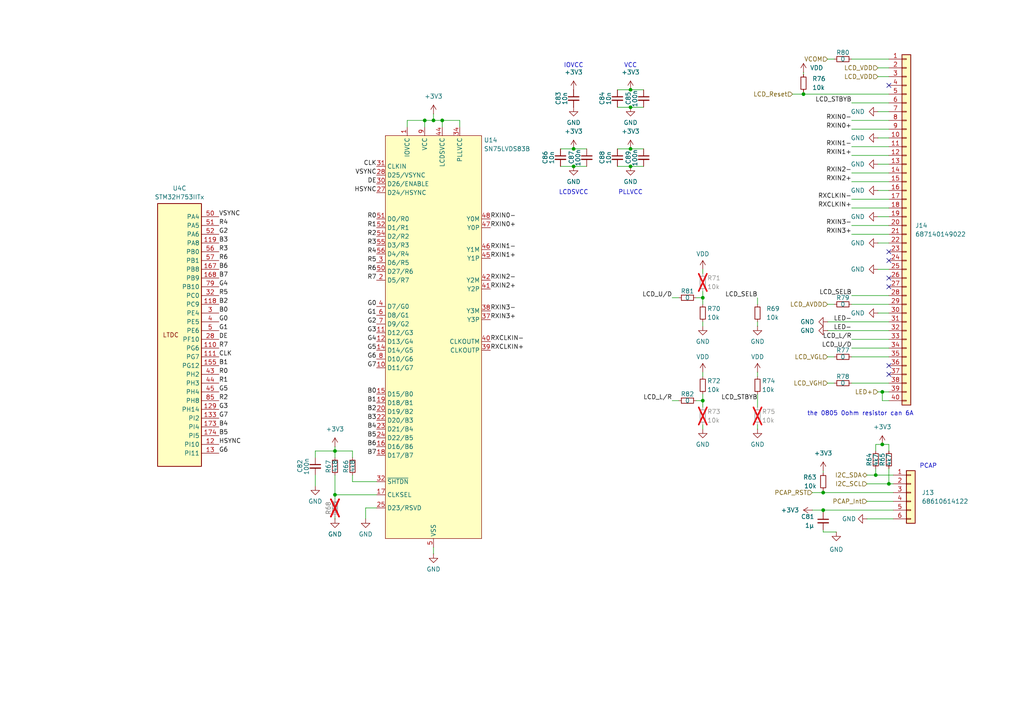
<source format=kicad_sch>
(kicad_sch
	(version 20231120)
	(generator "eeschema")
	(generator_version "8.0")
	(uuid "cfc08744-1338-460e-b9d6-bbb983fd58f1")
	(paper "A4")
	
	(junction
		(at 97.155 130.81)
		(diameter 0)
		(color 0 0 0 0)
		(uuid "0a014240-3880-4e76-9a94-85fc4b86e196")
	)
	(junction
		(at 166.37 48.26)
		(diameter 0)
		(color 0 0 0 0)
		(uuid "1a981e4a-df1f-4554-808a-8cb682e6b709")
	)
	(junction
		(at 255.905 128.905)
		(diameter 0)
		(color 0 0 0 0)
		(uuid "1f38e153-e651-4879-8c77-3220d9bfe30b")
	)
	(junction
		(at 182.88 26.035)
		(diameter 0)
		(color 0 0 0 0)
		(uuid "36bddcfd-11d5-48fe-af61-3a943aa79791")
	)
	(junction
		(at 257.81 140.335)
		(diameter 0)
		(color 0 0 0 0)
		(uuid "3925a27d-4875-405a-8c29-a7ba8d4725f7")
	)
	(junction
		(at 125.73 34.925)
		(diameter 0)
		(color 0 0 0 0)
		(uuid "51eeccfe-6686-4ca9-8aba-d515e08cb179")
	)
	(junction
		(at 203.835 86.36)
		(diameter 0)
		(color 0 0 0 0)
		(uuid "587b8044-6d76-4594-b205-64f5ae3d0cbf")
	)
	(junction
		(at 128.27 34.925)
		(diameter 0)
		(color 0 0 0 0)
		(uuid "5e4fb1b3-b906-42cb-9bcf-1fe43b515c5c")
	)
	(junction
		(at 123.19 34.925)
		(diameter 0)
		(color 0 0 0 0)
		(uuid "6921e377-c6aa-4918-8f18-78751ee65e4b")
	)
	(junction
		(at 233.045 27.305)
		(diameter 0)
		(color 0 0 0 0)
		(uuid "6b7b1be5-7851-40f7-b61c-54746ac8b71c")
	)
	(junction
		(at 166.37 43.18)
		(diameter 0)
		(color 0 0 0 0)
		(uuid "6f2f8254-1c91-4009-962f-948e94f45990")
	)
	(junction
		(at 238.76 147.955)
		(diameter 0)
		(color 0 0 0 0)
		(uuid "833e2d64-fc43-464a-9283-f695744d3d12")
	)
	(junction
		(at 255.905 113.665)
		(diameter 0)
		(color 0 0 0 0)
		(uuid "89518f6e-9c83-421f-9c57-ab6c1f4a7a34")
	)
	(junction
		(at 97.155 143.51)
		(diameter 0)
		(color 0 0 0 0)
		(uuid "b360e58b-d3d1-4f91-b7db-26a83f81783f")
	)
	(junction
		(at 238.76 142.875)
		(diameter 0)
		(color 0 0 0 0)
		(uuid "ba9f6885-d1c2-4976-8e6c-b3c768d67c14")
	)
	(junction
		(at 203.835 116.205)
		(diameter 0)
		(color 0 0 0 0)
		(uuid "cbdd449a-e405-445e-a272-3419885e6243")
	)
	(junction
		(at 182.88 48.26)
		(diameter 0)
		(color 0 0 0 0)
		(uuid "d008a368-33cc-4d3e-b958-698d092dfcd5")
	)
	(junction
		(at 182.88 31.115)
		(diameter 0)
		(color 0 0 0 0)
		(uuid "ec8f96ba-b615-4c3c-85a1-f8ab19bdb118")
	)
	(junction
		(at 182.88 43.18)
		(diameter 0)
		(color 0 0 0 0)
		(uuid "f4221231-7f4d-4ee4-b654-d71f985c5bf1")
	)
	(junction
		(at 254 137.795)
		(diameter 0)
		(color 0 0 0 0)
		(uuid "f621acd5-9b92-4da7-afc1-ea1e53f7700e")
	)
	(no_connect
		(at 257.81 108.585)
		(uuid "206530de-08a6-4322-927d-360e1543f9c3")
	)
	(no_connect
		(at 257.81 80.645)
		(uuid "4670c019-b6c9-4fcc-b1c1-90483035a52d")
	)
	(no_connect
		(at 257.81 73.025)
		(uuid "57ba4c83-7552-48dc-a263-d34d0b323fe5")
	)
	(no_connect
		(at 257.81 83.185)
		(uuid "58e4a9ba-9959-41ee-8aa7-af7bb26bb0fc")
	)
	(no_connect
		(at 257.81 75.565)
		(uuid "6656bea9-1e28-47cc-8494-9faa91d6f4b4")
	)
	(no_connect
		(at 257.81 24.765)
		(uuid "b5294258-8b2c-4d02-a271-4a5af5e8753b")
	)
	(no_connect
		(at 257.81 106.045)
		(uuid "d5a720d4-226e-4161-a590-27effc13fbc0")
	)
	(wire
		(pts
			(xy 182.88 48.26) (xy 186.69 48.26)
		)
		(stroke
			(width 0)
			(type default)
		)
		(uuid "0298da3d-88c6-441a-bd23-3a8b6279e8c9")
	)
	(wire
		(pts
			(xy 251.46 140.335) (xy 257.81 140.335)
		)
		(stroke
			(width 0)
			(type default)
		)
		(uuid "05e528cd-cd25-429f-b1b3-d804461f1fbb")
	)
	(wire
		(pts
			(xy 257.81 135.89) (xy 257.81 140.335)
		)
		(stroke
			(width 0)
			(type default)
		)
		(uuid "06b39ecd-f131-4d5e-be11-106155e0051c")
	)
	(wire
		(pts
			(xy 97.155 149.86) (xy 97.155 150.495)
		)
		(stroke
			(width 0)
			(type default)
		)
		(uuid "09997052-fd26-4555-95c6-8743f1453e4f")
	)
	(wire
		(pts
			(xy 102.235 130.81) (xy 102.235 132.715)
		)
		(stroke
			(width 0)
			(type default)
		)
		(uuid "0c8bd05c-5fba-4223-a449-4cbbc5bdec09")
	)
	(wire
		(pts
			(xy 133.35 34.925) (xy 133.35 36.83)
		)
		(stroke
			(width 0)
			(type default)
		)
		(uuid "0fe53239-7447-4eb5-8ad5-c0e8b73b79db")
	)
	(wire
		(pts
			(xy 125.73 158.75) (xy 125.73 160.655)
		)
		(stroke
			(width 0)
			(type default)
		)
		(uuid "10cb2966-9e76-4d0b-ae0d-260f6ad04f92")
	)
	(wire
		(pts
			(xy 247.015 111.125) (xy 257.81 111.125)
		)
		(stroke
			(width 0)
			(type default)
		)
		(uuid "13c63c44-473b-4821-bfdb-9dab528786c2")
	)
	(wire
		(pts
			(xy 203.835 116.205) (xy 203.835 118.11)
		)
		(stroke
			(width 0)
			(type default)
		)
		(uuid "1682fa89-003e-4157-a37f-bb74a89a1921")
	)
	(wire
		(pts
			(xy 233.045 20.955) (xy 233.045 21.59)
		)
		(stroke
			(width 0)
			(type default)
		)
		(uuid "17155407-70a1-437c-acf1-ef8c745c8d55")
	)
	(wire
		(pts
			(xy 238.76 147.955) (xy 238.76 148.59)
		)
		(stroke
			(width 0)
			(type default)
		)
		(uuid "193249d7-42be-4aa3-9346-3782bac88bef")
	)
	(wire
		(pts
			(xy 203.835 78.105) (xy 203.835 79.375)
		)
		(stroke
			(width 0)
			(type default)
		)
		(uuid "19ebde49-e7ee-4f44-aa21-c9a530b73c81")
	)
	(wire
		(pts
			(xy 254.635 90.805) (xy 257.81 90.805)
		)
		(stroke
			(width 0)
			(type default)
		)
		(uuid "1c029d85-b489-425d-b4be-7fb14080dda1")
	)
	(wire
		(pts
			(xy 247.015 88.265) (xy 257.81 88.265)
		)
		(stroke
			(width 0)
			(type default)
		)
		(uuid "1d48773f-2c67-4fd6-b92d-82324b248da6")
	)
	(wire
		(pts
			(xy 247.015 103.505) (xy 257.81 103.505)
		)
		(stroke
			(width 0)
			(type default)
		)
		(uuid "1ec68ab0-74c3-4639-83cb-e6593f6a6859")
	)
	(wire
		(pts
			(xy 97.155 130.81) (xy 102.235 130.81)
		)
		(stroke
			(width 0)
			(type default)
		)
		(uuid "23b220bd-13e9-445f-ae5e-3ab326eee3d2")
	)
	(wire
		(pts
			(xy 238.76 142.24) (xy 238.76 142.875)
		)
		(stroke
			(width 0)
			(type default)
		)
		(uuid "23c600d3-e761-4c99-b45d-34adfb2a9b67")
	)
	(wire
		(pts
			(xy 247.015 60.325) (xy 257.81 60.325)
		)
		(stroke
			(width 0)
			(type default)
		)
		(uuid "27619d87-814b-4e66-8ce5-84c9b258f0bf")
	)
	(wire
		(pts
			(xy 247.015 65.405) (xy 257.81 65.405)
		)
		(stroke
			(width 0)
			(type default)
		)
		(uuid "2f1b7142-5359-4472-b1fd-de96165f83e6")
	)
	(wire
		(pts
			(xy 254.635 22.225) (xy 257.81 22.225)
		)
		(stroke
			(width 0)
			(type default)
		)
		(uuid "2f4e38f2-30cc-442c-b415-30467d32412d")
	)
	(wire
		(pts
			(xy 109.22 139.7) (xy 102.235 139.7)
		)
		(stroke
			(width 0)
			(type default)
		)
		(uuid "2fa43b00-581c-4b57-a7a9-a604f50b01d8")
	)
	(wire
		(pts
			(xy 194.945 116.205) (xy 196.85 116.205)
		)
		(stroke
			(width 0)
			(type default)
		)
		(uuid "30ffd6f7-ef1f-437f-9a7c-a23e216c9290")
	)
	(wire
		(pts
			(xy 219.71 86.36) (xy 219.71 88.265)
		)
		(stroke
			(width 0)
			(type default)
		)
		(uuid "312df952-f886-423f-9ecc-b76acc89c019")
	)
	(wire
		(pts
			(xy 247.015 57.785) (xy 257.81 57.785)
		)
		(stroke
			(width 0)
			(type default)
		)
		(uuid "338cbeb0-9e4c-42b6-9787-f19a5da2870c")
	)
	(wire
		(pts
			(xy 233.045 26.67) (xy 233.045 27.305)
		)
		(stroke
			(width 0)
			(type default)
		)
		(uuid "354a3f1c-1c85-4f32-9b4a-8a7f5efa4e0a")
	)
	(wire
		(pts
			(xy 254 128.905) (xy 255.905 128.905)
		)
		(stroke
			(width 0)
			(type default)
		)
		(uuid "357e09a7-75f7-41a8-8c60-319f523d3773")
	)
	(wire
		(pts
			(xy 97.155 132.715) (xy 97.155 130.81)
		)
		(stroke
			(width 0)
			(type default)
		)
		(uuid "36eb8b53-c7a4-49dd-be5b-2105c6730fe4")
	)
	(wire
		(pts
			(xy 203.835 114.3) (xy 203.835 116.205)
		)
		(stroke
			(width 0)
			(type default)
		)
		(uuid "37521562-0348-42d1-a316-ad5f22f99668")
	)
	(wire
		(pts
			(xy 106.045 147.32) (xy 109.22 147.32)
		)
		(stroke
			(width 0)
			(type default)
		)
		(uuid "3a719ff8-c0b4-4593-b1f0-e26697bd70c2")
	)
	(wire
		(pts
			(xy 219.71 93.345) (xy 219.71 94.615)
		)
		(stroke
			(width 0)
			(type default)
		)
		(uuid "3ae24d99-1378-4e06-9b17-fab03726b185")
	)
	(wire
		(pts
			(xy 255.905 116.205) (xy 255.905 113.665)
		)
		(stroke
			(width 0)
			(type default)
		)
		(uuid "3d796974-152f-4f56-bd9a-5cb2a66feb94")
	)
	(wire
		(pts
			(xy 251.46 137.795) (xy 254 137.795)
		)
		(stroke
			(width 0)
			(type default)
		)
		(uuid "3f295cfd-ebba-4b1e-bac9-708590bd77b6")
	)
	(wire
		(pts
			(xy 91.44 130.81) (xy 97.155 130.81)
		)
		(stroke
			(width 0)
			(type default)
		)
		(uuid "45d0edf7-736a-4aa7-a23f-5212f8458eff")
	)
	(wire
		(pts
			(xy 247.015 17.145) (xy 257.81 17.145)
		)
		(stroke
			(width 0)
			(type default)
		)
		(uuid "466f5f35-7ab1-4d99-b939-c70f85820bed")
	)
	(wire
		(pts
			(xy 255.905 116.205) (xy 257.81 116.205)
		)
		(stroke
			(width 0)
			(type default)
		)
		(uuid "4718d472-c8b6-4441-ab81-d18e38c07fbd")
	)
	(wire
		(pts
			(xy 247.015 52.705) (xy 257.81 52.705)
		)
		(stroke
			(width 0)
			(type default)
		)
		(uuid "48985834-8e71-434f-b58e-ed9ffa085d20")
	)
	(wire
		(pts
			(xy 238.76 147.955) (xy 259.08 147.955)
		)
		(stroke
			(width 0)
			(type default)
		)
		(uuid "4c814185-20ab-4c63-85a3-08873cf631b5")
	)
	(wire
		(pts
			(xy 235.585 142.875) (xy 238.76 142.875)
		)
		(stroke
			(width 0)
			(type default)
		)
		(uuid "51176f82-a718-44d9-8aac-1fbaebeebff1")
	)
	(wire
		(pts
			(xy 125.73 34.925) (xy 128.27 34.925)
		)
		(stroke
			(width 0)
			(type default)
		)
		(uuid "512c3170-6919-410f-ab24-a01210192fc0")
	)
	(wire
		(pts
			(xy 162.56 48.26) (xy 166.37 48.26)
		)
		(stroke
			(width 0)
			(type default)
		)
		(uuid "57ab13e2-8a92-42d1-9fb8-6b02d0766ffe")
	)
	(wire
		(pts
			(xy 201.93 116.205) (xy 203.835 116.205)
		)
		(stroke
			(width 0)
			(type default)
		)
		(uuid "5bb6ede0-1f09-4ee3-b054-e913caa88144")
	)
	(wire
		(pts
			(xy 254.635 62.865) (xy 257.81 62.865)
		)
		(stroke
			(width 0)
			(type default)
		)
		(uuid "5d74f553-7285-4b03-8f7a-7493264e6ca7")
	)
	(wire
		(pts
			(xy 240.03 93.345) (xy 257.81 93.345)
		)
		(stroke
			(width 0)
			(type default)
		)
		(uuid "5f241d29-31c2-41f4-bd3d-059c2e65be39")
	)
	(wire
		(pts
			(xy 219.71 107.95) (xy 219.71 109.22)
		)
		(stroke
			(width 0)
			(type default)
		)
		(uuid "60c7230e-5bca-4180-bcca-03d23889c8d9")
	)
	(wire
		(pts
			(xy 240.03 17.145) (xy 241.935 17.145)
		)
		(stroke
			(width 0)
			(type default)
		)
		(uuid "618979c3-fee3-4fd4-90b7-b3a321c9831f")
	)
	(wire
		(pts
			(xy 166.37 43.18) (xy 170.18 43.18)
		)
		(stroke
			(width 0)
			(type default)
		)
		(uuid "652c6c39-fa45-4f03-89a8-cde00a0d1335")
	)
	(wire
		(pts
			(xy 194.945 86.36) (xy 196.85 86.36)
		)
		(stroke
			(width 0)
			(type default)
		)
		(uuid "65cc8ab6-13ef-40a8-9b07-cc9baf602c04")
	)
	(wire
		(pts
			(xy 247.015 67.945) (xy 257.81 67.945)
		)
		(stroke
			(width 0)
			(type default)
		)
		(uuid "671eb76e-ac7c-495b-9377-d06227dbda46")
	)
	(wire
		(pts
			(xy 219.71 123.19) (xy 219.71 124.46)
		)
		(stroke
			(width 0)
			(type default)
		)
		(uuid "68278b12-7341-4bce-ab78-6f965d6478a7")
	)
	(wire
		(pts
			(xy 201.93 86.36) (xy 203.835 86.36)
		)
		(stroke
			(width 0)
			(type default)
		)
		(uuid "6e4fea39-f48b-434e-b2ca-502d3b4c5e09")
	)
	(wire
		(pts
			(xy 106.045 150.495) (xy 106.045 147.32)
		)
		(stroke
			(width 0)
			(type default)
		)
		(uuid "6f5af170-38aa-4c58-a2e9-2e76e811c87e")
	)
	(wire
		(pts
			(xy 247.015 100.965) (xy 257.81 100.965)
		)
		(stroke
			(width 0)
			(type default)
		)
		(uuid "71413b15-4c29-4db8-9aca-4d4d08e03b81")
	)
	(wire
		(pts
			(xy 203.835 93.345) (xy 203.835 94.615)
		)
		(stroke
			(width 0)
			(type default)
		)
		(uuid "71808231-1ba2-4266-ac0d-4cd719878a39")
	)
	(wire
		(pts
			(xy 251.46 145.415) (xy 259.08 145.415)
		)
		(stroke
			(width 0)
			(type default)
		)
		(uuid "718cbf0e-2c2e-4dfb-aa82-e96c26e595e9")
	)
	(wire
		(pts
			(xy 123.19 34.925) (xy 125.73 34.925)
		)
		(stroke
			(width 0)
			(type default)
		)
		(uuid "79289023-9eda-4942-b277-ffdf5c17a90c")
	)
	(wire
		(pts
			(xy 219.71 114.3) (xy 219.71 118.11)
		)
		(stroke
			(width 0)
			(type default)
		)
		(uuid "79526d75-b91c-4e80-a209-f4f7252523a2")
	)
	(wire
		(pts
			(xy 240.03 95.885) (xy 257.81 95.885)
		)
		(stroke
			(width 0)
			(type default)
		)
		(uuid "7a3e6c4f-9432-460d-bcc3-675f61fb2f7b")
	)
	(wire
		(pts
			(xy 240.03 88.265) (xy 241.935 88.265)
		)
		(stroke
			(width 0)
			(type default)
		)
		(uuid "7ba4c5a6-fc2a-42bf-835e-6d3fe146eb49")
	)
	(wire
		(pts
			(xy 247.015 85.725) (xy 257.81 85.725)
		)
		(stroke
			(width 0)
			(type default)
		)
		(uuid "7d97b2ea-9c3a-4444-8140-5f88442d21a4")
	)
	(wire
		(pts
			(xy 102.235 139.7) (xy 102.235 137.795)
		)
		(stroke
			(width 0)
			(type default)
		)
		(uuid "7ef4ed38-09cf-4dc1-8d17-593720d6bfbd")
	)
	(wire
		(pts
			(xy 257.81 140.335) (xy 259.08 140.335)
		)
		(stroke
			(width 0)
			(type default)
		)
		(uuid "80449c22-7a2e-48ef-b100-319c64440b08")
	)
	(wire
		(pts
			(xy 91.44 130.81) (xy 91.44 132.715)
		)
		(stroke
			(width 0)
			(type default)
		)
		(uuid "8052b36c-73f0-4c99-a4b1-bba64c1b82e2")
	)
	(wire
		(pts
			(xy 118.11 34.925) (xy 123.19 34.925)
		)
		(stroke
			(width 0)
			(type default)
		)
		(uuid "82256a26-20d4-4f1c-8160-6219baaaf0fd")
	)
	(wire
		(pts
			(xy 179.07 31.115) (xy 182.88 31.115)
		)
		(stroke
			(width 0)
			(type default)
		)
		(uuid "824ceded-869f-4f61-9b0d-737a6d94db16")
	)
	(wire
		(pts
			(xy 254.635 32.385) (xy 257.81 32.385)
		)
		(stroke
			(width 0)
			(type default)
		)
		(uuid "83cc7d18-3605-4624-a3e7-065a5db17972")
	)
	(wire
		(pts
			(xy 97.155 129.54) (xy 97.155 130.81)
		)
		(stroke
			(width 0)
			(type default)
		)
		(uuid "862bf58b-0b37-45d1-90c8-c77c888bb601")
	)
	(wire
		(pts
			(xy 238.76 142.875) (xy 259.08 142.875)
		)
		(stroke
			(width 0)
			(type default)
		)
		(uuid "8a253ece-2bc3-43e4-9198-530d6b262d90")
	)
	(wire
		(pts
			(xy 255.905 113.665) (xy 257.81 113.665)
		)
		(stroke
			(width 0)
			(type default)
		)
		(uuid "8b0d9d8b-5c7a-4cad-883a-66ceb5f7ef54")
	)
	(wire
		(pts
			(xy 240.03 103.505) (xy 241.935 103.505)
		)
		(stroke
			(width 0)
			(type default)
		)
		(uuid "8b6da8b0-de78-4e0a-9628-aa523a0de7bb")
	)
	(wire
		(pts
			(xy 254.635 70.485) (xy 257.81 70.485)
		)
		(stroke
			(width 0)
			(type default)
		)
		(uuid "8fcba768-840e-438e-ac66-8ec626ed306c")
	)
	(wire
		(pts
			(xy 162.56 43.18) (xy 166.37 43.18)
		)
		(stroke
			(width 0)
			(type default)
		)
		(uuid "90afa069-9607-44d1-8a5b-5ef07d699a4a")
	)
	(wire
		(pts
			(xy 238.76 153.67) (xy 238.76 154.305)
		)
		(stroke
			(width 0)
			(type default)
		)
		(uuid "935c8a75-ba66-49fc-92ef-91648e9fffac")
	)
	(wire
		(pts
			(xy 123.19 34.925) (xy 123.19 36.83)
		)
		(stroke
			(width 0)
			(type default)
		)
		(uuid "95aa725c-7b4c-4809-b773-ab53822a785e")
	)
	(wire
		(pts
			(xy 91.44 137.795) (xy 91.44 140.97)
		)
		(stroke
			(width 0)
			(type default)
		)
		(uuid "96be8705-1aaf-4f28-aace-ecacb5b0fc86")
	)
	(wire
		(pts
			(xy 235.585 147.955) (xy 238.76 147.955)
		)
		(stroke
			(width 0)
			(type default)
		)
		(uuid "9af2513d-bd0e-422c-8c69-9f61ea71fb1c")
	)
	(wire
		(pts
			(xy 247.015 34.925) (xy 257.81 34.925)
		)
		(stroke
			(width 0)
			(type default)
		)
		(uuid "9afaf073-8914-4b5f-9a09-321c7823603b")
	)
	(wire
		(pts
			(xy 257.81 128.905) (xy 257.81 130.81)
		)
		(stroke
			(width 0)
			(type default)
		)
		(uuid "9c4d6a6f-f984-42f1-a37b-45ccd36c49c2")
	)
	(wire
		(pts
			(xy 254.635 113.665) (xy 255.905 113.665)
		)
		(stroke
			(width 0)
			(type default)
		)
		(uuid "9cb67b43-cabd-47e1-99bb-bf896041f2a0")
	)
	(wire
		(pts
			(xy 255.905 128.905) (xy 257.81 128.905)
		)
		(stroke
			(width 0)
			(type default)
		)
		(uuid "9cd4ebb7-1f67-4d4a-86a6-5d4df2a67f6d")
	)
	(wire
		(pts
			(xy 238.76 136.525) (xy 238.76 137.16)
		)
		(stroke
			(width 0)
			(type default)
		)
		(uuid "a38bdfda-67d3-463a-8274-24b317601fed")
	)
	(wire
		(pts
			(xy 182.88 43.18) (xy 186.69 43.18)
		)
		(stroke
			(width 0)
			(type default)
		)
		(uuid "a42e8e46-cd2f-432f-9417-b53432b08db3")
	)
	(wire
		(pts
			(xy 233.045 27.305) (xy 257.81 27.305)
		)
		(stroke
			(width 0)
			(type default)
		)
		(uuid "a94d2cb2-c0e3-4b77-867f-08036eb8635e")
	)
	(wire
		(pts
			(xy 166.37 48.26) (xy 170.18 48.26)
		)
		(stroke
			(width 0)
			(type default)
		)
		(uuid "a9ab5bcb-7b6e-465d-8750-6972b61c2bbb")
	)
	(wire
		(pts
			(xy 182.88 31.115) (xy 186.69 31.115)
		)
		(stroke
			(width 0)
			(type default)
		)
		(uuid "aa32b454-0871-44c0-a45c-e8ddba70bf7e")
	)
	(wire
		(pts
			(xy 247.015 50.165) (xy 257.81 50.165)
		)
		(stroke
			(width 0)
			(type default)
		)
		(uuid "ae07fa32-ecd4-4f47-9f9a-68257480dc89")
	)
	(wire
		(pts
			(xy 254.635 19.685) (xy 257.81 19.685)
		)
		(stroke
			(width 0)
			(type default)
		)
		(uuid "ae5d1da4-dc18-4b2d-bc7a-ff67f4fd9e22")
	)
	(wire
		(pts
			(xy 254.635 78.105) (xy 257.81 78.105)
		)
		(stroke
			(width 0)
			(type default)
		)
		(uuid "b3918266-6f83-4b67-95c2-a18adeb3b8f8")
	)
	(wire
		(pts
			(xy 247.015 98.425) (xy 257.81 98.425)
		)
		(stroke
			(width 0)
			(type default)
		)
		(uuid "b74665b8-9c25-4e6e-9b69-3020ade95bd7")
	)
	(wire
		(pts
			(xy 238.76 154.305) (xy 242.57 154.305)
		)
		(stroke
			(width 0)
			(type default)
		)
		(uuid "b7e2efa6-f22e-4665-a0a0-177864f61809")
	)
	(wire
		(pts
			(xy 125.73 33.02) (xy 125.73 34.925)
		)
		(stroke
			(width 0)
			(type default)
		)
		(uuid "b840f00d-7dd3-40a7-a038-2bd1432f126e")
	)
	(wire
		(pts
			(xy 128.27 34.925) (xy 133.35 34.925)
		)
		(stroke
			(width 0)
			(type default)
		)
		(uuid "b92b6ecf-f5c2-4e28-a6c0-424f103af062")
	)
	(wire
		(pts
			(xy 254.635 55.245) (xy 257.81 55.245)
		)
		(stroke
			(width 0)
			(type default)
		)
		(uuid "ba578d3a-fb82-4cea-8c1f-7e1fda372293")
	)
	(wire
		(pts
			(xy 254 137.795) (xy 259.08 137.795)
		)
		(stroke
			(width 0)
			(type default)
		)
		(uuid "bbd5ddb8-14c3-4b2b-aa92-4b50e140d68c")
	)
	(wire
		(pts
			(xy 251.46 150.495) (xy 259.08 150.495)
		)
		(stroke
			(width 0)
			(type default)
		)
		(uuid "bc4832a6-be93-4682-a561-6bd59cf7249f")
	)
	(wire
		(pts
			(xy 254 128.905) (xy 254 130.81)
		)
		(stroke
			(width 0)
			(type default)
		)
		(uuid "bd98bc5c-a944-4744-b53e-8f22f3ee1dda")
	)
	(wire
		(pts
			(xy 247.015 37.465) (xy 257.81 37.465)
		)
		(stroke
			(width 0)
			(type default)
		)
		(uuid "bef8842b-46f7-4d9f-b8ff-b5523cb14e85")
	)
	(wire
		(pts
			(xy 254.635 40.005) (xy 257.81 40.005)
		)
		(stroke
			(width 0)
			(type default)
		)
		(uuid "bf23b9bf-e84b-4f47-83d9-2d403c4d44e9")
	)
	(wire
		(pts
			(xy 179.07 43.18) (xy 182.88 43.18)
		)
		(stroke
			(width 0)
			(type default)
		)
		(uuid "c98340a9-4958-44da-bead-778ce16b983c")
	)
	(wire
		(pts
			(xy 247.015 45.085) (xy 257.81 45.085)
		)
		(stroke
			(width 0)
			(type default)
		)
		(uuid "c9db60b3-18a2-4d9a-b871-8efab5d8404d")
	)
	(wire
		(pts
			(xy 179.07 26.035) (xy 182.88 26.035)
		)
		(stroke
			(width 0)
			(type default)
		)
		(uuid "cedf6cc6-cf0c-4876-9970-dbb1e94e38da")
	)
	(wire
		(pts
			(xy 203.835 86.36) (xy 203.835 88.265)
		)
		(stroke
			(width 0)
			(type default)
		)
		(uuid "e03c2f78-ecb6-4011-a780-91df4e9eb48f")
	)
	(wire
		(pts
			(xy 203.835 107.95) (xy 203.835 109.22)
		)
		(stroke
			(width 0)
			(type default)
		)
		(uuid "e0bfcbdd-bdf9-48a7-a6f5-92a1581af31c")
	)
	(wire
		(pts
			(xy 247.015 42.545) (xy 257.81 42.545)
		)
		(stroke
			(width 0)
			(type default)
		)
		(uuid "e2388c05-3c96-4150-bfba-fabf46d0bbae")
	)
	(wire
		(pts
			(xy 97.155 137.795) (xy 97.155 143.51)
		)
		(stroke
			(width 0)
			(type default)
		)
		(uuid "e70de6e4-78af-4d30-a1cb-1182b39e31e4")
	)
	(wire
		(pts
			(xy 118.11 36.83) (xy 118.11 34.925)
		)
		(stroke
			(width 0)
			(type default)
		)
		(uuid "ea9d0ea8-e098-4297-9c55-b45bedd20476")
	)
	(wire
		(pts
			(xy 179.07 48.26) (xy 182.88 48.26)
		)
		(stroke
			(width 0)
			(type default)
		)
		(uuid "f16df34f-8751-4964-b975-6f243a856a47")
	)
	(wire
		(pts
			(xy 240.03 111.125) (xy 241.935 111.125)
		)
		(stroke
			(width 0)
			(type default)
		)
		(uuid "f2557df2-1adf-456b-8f1a-153221d9ea7f")
	)
	(wire
		(pts
			(xy 254 135.89) (xy 254 137.795)
		)
		(stroke
			(width 0)
			(type default)
		)
		(uuid "f34b4a7f-30c2-4c02-acad-64be66476446")
	)
	(wire
		(pts
			(xy 97.155 143.51) (xy 109.22 143.51)
		)
		(stroke
			(width 0)
			(type default)
		)
		(uuid "f554973e-e8dd-4851-bca8-6fe663208a8f")
	)
	(wire
		(pts
			(xy 97.155 143.51) (xy 97.155 144.78)
		)
		(stroke
			(width 0)
			(type default)
		)
		(uuid "f564e718-be05-4a41-9b64-a20ab63ac335")
	)
	(wire
		(pts
			(xy 203.835 123.19) (xy 203.835 124.46)
		)
		(stroke
			(width 0)
			(type default)
		)
		(uuid "f86d5a4b-b4ea-4bd2-b58a-bff92fc439ab")
	)
	(wire
		(pts
			(xy 247.015 29.845) (xy 257.81 29.845)
		)
		(stroke
			(width 0)
			(type default)
		)
		(uuid "f8bd3e43-06b8-48bc-969c-a24c8a936e42")
	)
	(wire
		(pts
			(xy 229.87 27.305) (xy 233.045 27.305)
		)
		(stroke
			(width 0)
			(type default)
		)
		(uuid "f907b5bd-be26-4ce3-bba1-b715c06131de")
	)
	(wire
		(pts
			(xy 203.835 84.455) (xy 203.835 86.36)
		)
		(stroke
			(width 0)
			(type default)
		)
		(uuid "fc269f37-55eb-4e62-8764-57f209f35f43")
	)
	(wire
		(pts
			(xy 254.635 47.625) (xy 257.81 47.625)
		)
		(stroke
			(width 0)
			(type default)
		)
		(uuid "fd2d8bec-9089-483f-bc2e-e8ddcafcfebb")
	)
	(wire
		(pts
			(xy 128.27 34.925) (xy 128.27 36.83)
		)
		(stroke
			(width 0)
			(type default)
		)
		(uuid "fe954440-ef8c-4f09-84e0-0a27616cf92c")
	)
	(wire
		(pts
			(xy 182.88 26.035) (xy 186.69 26.035)
		)
		(stroke
			(width 0)
			(type default)
		)
		(uuid "ffa19dcc-fc4d-4cde-b3c6-4f1326019579")
	)
	(text "PLLVCC"
		(exclude_from_sim no)
		(at 182.88 55.88 0)
		(effects
			(font
				(size 1.27 1.27)
			)
		)
		(uuid "69441736-eb38-4f01-a3f7-3aea416466f1")
	)
	(text "VCC"
		(exclude_from_sim no)
		(at 182.88 19.05 0)
		(effects
			(font
				(size 1.27 1.27)
			)
		)
		(uuid "7910a5ee-8ec7-4e91-a5a0-12c5f115d328")
	)
	(text "PCAP"
		(exclude_from_sim no)
		(at 269.24 135.255 0)
		(effects
			(font
				(size 1.27 1.27)
			)
		)
		(uuid "953f9d08-beaa-4a51-9778-13ce58a1a9e4")
	)
	(text "IOVCC"
		(exclude_from_sim no)
		(at 166.37 19.05 0)
		(effects
			(font
				(size 1.27 1.27)
			)
		)
		(uuid "9606f5f8-be5b-4b2d-8242-fc97946d3518")
	)
	(text "LCDSVCC"
		(exclude_from_sim no)
		(at 166.37 55.88 0)
		(effects
			(font
				(size 1.27 1.27)
			)
		)
		(uuid "b0eadaf5-52dd-452a-a86a-3eeecaa6db12")
	)
	(text "the 0805 0ohm resistor can 6A"
		(exclude_from_sim no)
		(at 249.555 120.015 0)
		(effects
			(font
				(size 1.27 1.27)
			)
		)
		(uuid "ec6e7b20-8941-4277-a49c-06890acb3044")
	)
	(label "RXIN3-"
		(at 142.24 90.17 0)
		(effects
			(font
				(size 1.27 1.27)
			)
			(justify left bottom)
		)
		(uuid "00d2695c-ba7e-4b9b-a7dc-eb3405ab6848")
	)
	(label "CLK"
		(at 109.22 48.26 180)
		(effects
			(font
				(size 1.27 1.27)
			)
			(justify right bottom)
		)
		(uuid "0152042a-2e95-49bd-8c52-583776a4d18d")
	)
	(label "G7"
		(at 109.22 106.68 180)
		(effects
			(font
				(size 1.27 1.27)
			)
			(justify right bottom)
		)
		(uuid "08754e1f-e8f7-4846-ab84-6afec5cd4af9")
	)
	(label "R6"
		(at 63.5 75.565 0)
		(effects
			(font
				(size 1.27 1.27)
			)
			(justify left bottom)
		)
		(uuid "08ca3b5f-fac8-4fb4-9832-087b8859e3e4")
	)
	(label "G6"
		(at 63.5 131.445 0)
		(effects
			(font
				(size 1.27 1.27)
			)
			(justify left bottom)
		)
		(uuid "096b0597-da20-426d-a588-67938caf16a3")
	)
	(label "B0"
		(at 109.22 114.3 180)
		(effects
			(font
				(size 1.27 1.27)
			)
			(justify right bottom)
		)
		(uuid "096d8b65-3f35-45ea-a2cb-ec5d8c6d025a")
	)
	(label "RXIN2+"
		(at 247.015 52.705 180)
		(effects
			(font
				(size 1.27 1.27)
			)
			(justify right bottom)
		)
		(uuid "0e44530d-a1d4-42ae-910e-b7fa88ab0906")
	)
	(label "G6"
		(at 109.22 104.14 180)
		(effects
			(font
				(size 1.27 1.27)
			)
			(justify right bottom)
		)
		(uuid "148f24ec-133d-46ba-8469-e51a77694918")
	)
	(label "LED-"
		(at 247.015 95.885 180)
		(effects
			(font
				(size 1.27 1.27)
			)
			(justify right bottom)
		)
		(uuid "1734c896-d62e-44bd-8d20-21a2e9dccd60")
	)
	(label "B0"
		(at 63.5 90.805 0)
		(effects
			(font
				(size 1.27 1.27)
			)
			(justify left bottom)
		)
		(uuid "2533289e-e9d3-45ba-974c-2c60d94ab3ac")
	)
	(label "B5"
		(at 63.5 126.365 0)
		(effects
			(font
				(size 1.27 1.27)
			)
			(justify left bottom)
		)
		(uuid "2b03ce00-50b9-443b-a694-95e2ad9fbd0b")
	)
	(label "RXCLKIN+"
		(at 247.015 60.325 180)
		(effects
			(font
				(size 1.27 1.27)
			)
			(justify right bottom)
		)
		(uuid "2bc06b32-3f21-403a-9e2f-cc5591cc7bf4")
	)
	(label "B6"
		(at 63.5 78.105 0)
		(effects
			(font
				(size 1.27 1.27)
			)
			(justify left bottom)
		)
		(uuid "2f13269d-acbc-4026-a52b-966bcaf67fb9")
	)
	(label "R5"
		(at 109.22 76.2 180)
		(effects
			(font
				(size 1.27 1.27)
			)
			(justify right bottom)
		)
		(uuid "2f9635c8-4f48-4faf-a078-cffff38268eb")
	)
	(label "G5"
		(at 109.22 101.6 180)
		(effects
			(font
				(size 1.27 1.27)
			)
			(justify right bottom)
		)
		(uuid "2ff65520-03fa-4157-9b8f-e439531e5d4d")
	)
	(label "R5"
		(at 63.5 85.725 0)
		(effects
			(font
				(size 1.27 1.27)
			)
			(justify left bottom)
		)
		(uuid "30a26e4c-77dd-4daa-959d-9445d0b53384")
	)
	(label "LCD_STBYB"
		(at 219.71 116.205 180)
		(effects
			(font
				(size 1.27 1.27)
			)
			(justify right bottom)
		)
		(uuid "313daad7-5729-4cd5-a0eb-96ce9856e820")
	)
	(label "HSYNC"
		(at 63.5 128.905 0)
		(effects
			(font
				(size 1.27 1.27)
			)
			(justify left bottom)
		)
		(uuid "37ed1a4c-aaa7-4117-9939-eaf71c7fd3dd")
	)
	(label "VSYNC"
		(at 63.5 62.865 0)
		(effects
			(font
				(size 1.27 1.27)
			)
			(justify left bottom)
		)
		(uuid "4027ccb6-ccfc-48bb-ac38-97fd486ede19")
	)
	(label "R3"
		(at 63.5 73.025 0)
		(effects
			(font
				(size 1.27 1.27)
			)
			(justify left bottom)
		)
		(uuid "402fbdd1-f16d-42f6-b6d4-2893e3aeedfc")
	)
	(label "RXIN3+"
		(at 142.24 92.71 0)
		(effects
			(font
				(size 1.27 1.27)
			)
			(justify left bottom)
		)
		(uuid "4a58a965-b7ea-4b42-b760-89192e489f04")
	)
	(label "B3"
		(at 63.5 70.485 0)
		(effects
			(font
				(size 1.27 1.27)
			)
			(justify left bottom)
		)
		(uuid "4fe9fb27-c50c-4dba-8b12-14fe9d941704")
	)
	(label "R0"
		(at 63.5 108.585 0)
		(effects
			(font
				(size 1.27 1.27)
			)
			(justify left bottom)
		)
		(uuid "5036eab7-a315-4c60-9769-172ad985f941")
	)
	(label "R6"
		(at 109.22 78.74 180)
		(effects
			(font
				(size 1.27 1.27)
			)
			(justify right bottom)
		)
		(uuid "50a8c713-5dc9-4c0c-87ac-23fc241eaac3")
	)
	(label "RXIN3+"
		(at 247.015 67.945 180)
		(effects
			(font
				(size 1.27 1.27)
			)
			(justify right bottom)
		)
		(uuid "57003274-96a1-4384-8c1a-2fe513369741")
	)
	(label "R1"
		(at 63.5 111.125 0)
		(effects
			(font
				(size 1.27 1.27)
			)
			(justify left bottom)
		)
		(uuid "57fc748d-c2ac-41da-bfa8-02cfdd97af99")
	)
	(label "B1"
		(at 109.22 116.84 180)
		(effects
			(font
				(size 1.27 1.27)
			)
			(justify right bottom)
		)
		(uuid "5a19eec5-bc36-4a24-9e46-c05116e0da24")
	)
	(label "RXIN2-"
		(at 142.24 81.28 0)
		(effects
			(font
				(size 1.27 1.27)
			)
			(justify left bottom)
		)
		(uuid "5db48e7d-4953-4fc8-b0c0-3d62cafc07b8")
	)
	(label "G3"
		(at 63.5 118.745 0)
		(effects
			(font
				(size 1.27 1.27)
			)
			(justify left bottom)
		)
		(uuid "5ece0f61-52d4-421f-b104-18f73cbff931")
	)
	(label "DE"
		(at 63.5 98.425 0)
		(effects
			(font
				(size 1.27 1.27)
			)
			(justify left bottom)
		)
		(uuid "5f11e062-7669-4fed-ae54-2410bfd2c9aa")
	)
	(label "B4"
		(at 109.22 124.46 180)
		(effects
			(font
				(size 1.27 1.27)
			)
			(justify right bottom)
		)
		(uuid "6243d259-549d-440c-89a5-83209aebb695")
	)
	(label "G3"
		(at 109.22 96.52 180)
		(effects
			(font
				(size 1.27 1.27)
			)
			(justify right bottom)
		)
		(uuid "6475158b-452e-4407-bc5c-cbe2225862a0")
	)
	(label "B3"
		(at 109.22 121.92 180)
		(effects
			(font
				(size 1.27 1.27)
			)
			(justify right bottom)
		)
		(uuid "68a208c6-5f66-4de8-95eb-958a270c0efd")
	)
	(label "RXIN2+"
		(at 142.24 83.82 0)
		(effects
			(font
				(size 1.27 1.27)
			)
			(justify left bottom)
		)
		(uuid "6a680cca-13a6-4f53-947d-dd7b77cb8d80")
	)
	(label "RXCLKIN-"
		(at 142.24 99.06 0)
		(effects
			(font
				(size 1.27 1.27)
			)
			(justify left bottom)
		)
		(uuid "6f80c29e-dcfb-470f-b8a3-254f5fe8390b")
	)
	(label "G2"
		(at 109.22 93.98 180)
		(effects
			(font
				(size 1.27 1.27)
			)
			(justify right bottom)
		)
		(uuid "6fe78f8c-aa6c-495b-a2d0-7e4f6326bc40")
	)
	(label "LCD_L{slash}R"
		(at 194.945 116.205 180)
		(effects
			(font
				(size 1.27 1.27)
			)
			(justify right bottom)
		)
		(uuid "701f3dff-6da1-4e71-87d5-12c85549e106")
	)
	(label "R3"
		(at 109.22 71.12 180)
		(effects
			(font
				(size 1.27 1.27)
			)
			(justify right bottom)
		)
		(uuid "708b591f-2881-4ae0-a20b-d8559f75da6e")
	)
	(label "B5"
		(at 109.22 127 180)
		(effects
			(font
				(size 1.27 1.27)
			)
			(justify right bottom)
		)
		(uuid "70da06be-4e17-4517-957d-299c1ceb91d9")
	)
	(label "LCD_U{slash}D"
		(at 194.945 86.36 180)
		(effects
			(font
				(size 1.27 1.27)
			)
			(justify right bottom)
		)
		(uuid "736e1f78-2325-48bc-b630-11f9ba7deaad")
	)
	(label "G1"
		(at 109.22 91.44 180)
		(effects
			(font
				(size 1.27 1.27)
			)
			(justify right bottom)
		)
		(uuid "82a3c86b-2ae2-4258-a371-0c95745c9d37")
	)
	(label "RXIN1-"
		(at 247.015 42.545 180)
		(effects
			(font
				(size 1.27 1.27)
			)
			(justify right bottom)
		)
		(uuid "9071c682-3516-4aba-9b72-926e5fa6e5bc")
	)
	(label "R4"
		(at 109.22 73.66 180)
		(effects
			(font
				(size 1.27 1.27)
			)
			(justify right bottom)
		)
		(uuid "90d54928-5f90-4149-bde2-70defc6cd53c")
	)
	(label "B2"
		(at 109.22 119.38 180)
		(effects
			(font
				(size 1.27 1.27)
			)
			(justify right bottom)
		)
		(uuid "939d674a-7322-4175-89d4-6cd3eda47fcd")
	)
	(label "R2"
		(at 63.5 116.205 0)
		(effects
			(font
				(size 1.27 1.27)
			)
			(justify left bottom)
		)
		(uuid "94c16b95-1411-4c82-ab58-c6752095558e")
	)
	(label "RXIN1+"
		(at 247.015 45.085 180)
		(effects
			(font
				(size 1.27 1.27)
			)
			(justify right bottom)
		)
		(uuid "9905f431-c83d-495d-8fe2-35654f4019ee")
	)
	(label "R2"
		(at 109.22 68.58 180)
		(effects
			(font
				(size 1.27 1.27)
			)
			(justify right bottom)
		)
		(uuid "9935db15-f43d-43b7-bea3-038a4563c6a7")
	)
	(label "G4"
		(at 63.5 83.185 0)
		(effects
			(font
				(size 1.27 1.27)
			)
			(justify left bottom)
		)
		(uuid "9a114369-d623-4017-b616-6be20bbadbe7")
	)
	(label "G5"
		(at 63.5 113.665 0)
		(effects
			(font
				(size 1.27 1.27)
			)
			(justify left bottom)
		)
		(uuid "a74c3866-9696-441e-9426-16d3b6653334")
	)
	(label "R1"
		(at 109.22 66.04 180)
		(effects
			(font
				(size 1.27 1.27)
			)
			(justify right bottom)
		)
		(uuid "a817359a-3459-47a6-8818-6adb45365941")
	)
	(label "R7"
		(at 109.22 81.28 180)
		(effects
			(font
				(size 1.27 1.27)
			)
			(justify right bottom)
		)
		(uuid "ac079dbe-5a78-4a17-966e-171b8aced527")
	)
	(label "LCD_L{slash}R"
		(at 247.015 98.425 180)
		(effects
			(font
				(size 1.27 1.27)
			)
			(justify right bottom)
		)
		(uuid "af953849-ae79-4acc-9dd4-43444d84753b")
	)
	(label "B6"
		(at 109.22 129.54 180)
		(effects
			(font
				(size 1.27 1.27)
			)
			(justify right bottom)
		)
		(uuid "b0621dcb-a832-422e-b6eb-2d5b296b5c91")
	)
	(label "B1"
		(at 63.5 106.045 0)
		(effects
			(font
				(size 1.27 1.27)
			)
			(justify left bottom)
		)
		(uuid "b8bb422a-6cb6-44d7-8efe-c78bca779ae7")
	)
	(label "RXIN3-"
		(at 247.015 65.405 180)
		(effects
			(font
				(size 1.27 1.27)
			)
			(justify right bottom)
		)
		(uuid "b9c11c3c-104f-422e-aa41-9c235b7c0fc2")
	)
	(label "RXIN0+"
		(at 142.24 66.04 0)
		(effects
			(font
				(size 1.27 1.27)
			)
			(justify left bottom)
		)
		(uuid "b9c9e84b-4347-4742-9098-b667fb92b454")
	)
	(label "B7"
		(at 63.5 80.645 0)
		(effects
			(font
				(size 1.27 1.27)
			)
			(justify left bottom)
		)
		(uuid "c02d7445-1166-41f6-90dc-bbc5efa3194f")
	)
	(label "RXIN0+"
		(at 247.015 37.465 180)
		(effects
			(font
				(size 1.27 1.27)
			)
			(justify right bottom)
		)
		(uuid "c4763b04-115c-41c7-850d-a985c42bc0c0")
	)
	(label "RXIN0-"
		(at 142.24 63.5 0)
		(effects
			(font
				(size 1.27 1.27)
			)
			(justify left bottom)
		)
		(uuid "c7fe985c-fcd6-423c-9a11-e177e191ec62")
	)
	(label "G0"
		(at 109.22 88.9 180)
		(effects
			(font
				(size 1.27 1.27)
			)
			(justify right bottom)
		)
		(uuid "c8abbefb-8dd6-4a5b-a015-e266fb5b1ef4")
	)
	(label "R0"
		(at 109.22 63.5 180)
		(effects
			(font
				(size 1.27 1.27)
			)
			(justify right bottom)
		)
		(uuid "c9efc170-5f61-4d65-ad7e-22c526cf67ae")
	)
	(label "RXIN0-"
		(at 247.015 34.925 180)
		(effects
			(font
				(size 1.27 1.27)
			)
			(justify right bottom)
		)
		(uuid "d06c52dc-fbc3-4fab-9eee-173335b7e10f")
	)
	(label "RXIN2-"
		(at 247.015 50.165 180)
		(effects
			(font
				(size 1.27 1.27)
			)
			(justify right bottom)
		)
		(uuid "d0a7a9ef-000a-4c51-ad98-e4f29d14666f")
	)
	(label "VSYNC"
		(at 109.22 50.8 180)
		(effects
			(font
				(size 1.27 1.27)
			)
			(justify right bottom)
		)
		(uuid "d2598da9-f418-4cea-ba7a-c8a9e011890c")
	)
	(label "LED-"
		(at 247.015 93.345 180)
		(effects
			(font
				(size 1.27 1.27)
			)
			(justify right bottom)
		)
		(uuid "d39ef679-e84b-4496-9a68-7890c3c1cf76")
	)
	(label "CLK"
		(at 63.5 103.505 0)
		(effects
			(font
				(size 1.27 1.27)
			)
			(justify left bottom)
		)
		(uuid "d517b796-9870-4a9a-9e4d-e348d03fd5c2")
	)
	(label "B7"
		(at 109.22 132.08 180)
		(effects
			(font
				(size 1.27 1.27)
			)
			(justify right bottom)
		)
		(uuid "d8f9f2c4-0c1b-4083-a93f-78683476a003")
	)
	(label "RXIN1+"
		(at 142.24 74.93 0)
		(effects
			(font
				(size 1.27 1.27)
			)
			(justify left bottom)
		)
		(uuid "ddbd3f55-cf36-4eac-ac86-5a9811fc7432")
	)
	(label "G4"
		(at 109.22 99.06 180)
		(effects
			(font
				(size 1.27 1.27)
			)
			(justify right bottom)
		)
		(uuid "de5900e9-f2b0-45a4-a513-48b158a9284c")
	)
	(label "G1"
		(at 63.5 95.885 0)
		(effects
			(font
				(size 1.27 1.27)
			)
			(justify left bottom)
		)
		(uuid "de7d90ee-d86b-4bfd-a987-0356c8844a67")
	)
	(label "HSYNC"
		(at 109.22 55.88 180)
		(effects
			(font
				(size 1.27 1.27)
			)
			(justify right bottom)
		)
		(uuid "dec2560e-1c9e-4de4-99ac-b11179322378")
	)
	(label "DE"
		(at 109.22 53.34 180)
		(effects
			(font
				(size 1.27 1.27)
			)
			(justify right bottom)
		)
		(uuid "ded0d982-9f4c-41a8-b23e-e86a83d8dcfa")
	)
	(label "G0"
		(at 63.5 93.345 0)
		(effects
			(font
				(size 1.27 1.27)
			)
			(justify left bottom)
		)
		(uuid "e050301c-7a8f-46e2-809d-9668034dcb70")
	)
	(label "G7"
		(at 63.5 121.285 0)
		(effects
			(font
				(size 1.27 1.27)
			)
			(justify left bottom)
		)
		(uuid "e25cac01-a1d1-4410-9453-dc1e7dee9884")
	)
	(label "RXCLKIN-"
		(at 247.015 57.785 180)
		(effects
			(font
				(size 1.27 1.27)
			)
			(justify right bottom)
		)
		(uuid "e3479dc0-fac6-47ea-afd9-7a262d6f45ef")
	)
	(label "B4"
		(at 63.5 123.825 0)
		(effects
			(font
				(size 1.27 1.27)
			)
			(justify left bottom)
		)
		(uuid "e7ccaf11-9574-4634-8ca0-f954410a4778")
	)
	(label "R4"
		(at 63.5 65.405 0)
		(effects
			(font
				(size 1.27 1.27)
			)
			(justify left bottom)
		)
		(uuid "e91c9602-f555-4d1a-969c-4d914a963e81")
	)
	(label "LCD_SELB"
		(at 219.71 86.36 180)
		(effects
			(font
				(size 1.27 1.27)
			)
			(justify right bottom)
		)
		(uuid "e9d94d1f-97da-4201-b98e-6b26159f2204")
	)
	(label "B2"
		(at 63.5 88.265 0)
		(effects
			(font
				(size 1.27 1.27)
			)
			(justify left bottom)
		)
		(uuid "ed36f253-9a6b-4cae-b9ae-6752c6373800")
	)
	(label "LCD_U{slash}D"
		(at 247.015 100.965 180)
		(effects
			(font
				(size 1.27 1.27)
			)
			(justify right bottom)
		)
		(uuid "f1579240-69c8-4d8a-89ae-2a00d9698b8b")
	)
	(label "RXIN1-"
		(at 142.24 72.39 0)
		(effects
			(font
				(size 1.27 1.27)
			)
			(justify left bottom)
		)
		(uuid "f360c92e-2eb1-4534-86d2-2f65a605e7b6")
	)
	(label "G2"
		(at 63.5 67.945 0)
		(effects
			(font
				(size 1.27 1.27)
			)
			(justify left bottom)
		)
		(uuid "f40a8545-3449-45e3-888c-94ec74c3e77a")
	)
	(label "LCD_STBYB"
		(at 247.015 29.845 180)
		(effects
			(font
				(size 1.27 1.27)
			)
			(justify right bottom)
		)
		(uuid "f71214ca-fedd-46f5-9f55-ff4662ffc85a")
	)
	(label "LCD_SELB"
		(at 247.015 85.725 180)
		(effects
			(font
				(size 1.27 1.27)
			)
			(justify right bottom)
		)
		(uuid "f95e3bdd-eb99-4910-b163-a94bde2e55b0")
	)
	(label "R7"
		(at 63.5 100.965 0)
		(effects
			(font
				(size 1.27 1.27)
			)
			(justify left bottom)
		)
		(uuid "fa4f78e8-8127-423f-8374-784ea8cb31b0")
	)
	(label "RXCLKIN+"
		(at 142.24 101.6 0)
		(effects
			(font
				(size 1.27 1.27)
			)
			(justify left bottom)
		)
		(uuid "fed5ce88-e465-4cb9-ac19-177ee6aeaeae")
	)
	(hierarchical_label "I2C_SCL"
		(shape input)
		(at 251.46 140.335 180)
		(effects
			(font
				(size 1.27 1.27)
			)
			(justify right)
		)
		(uuid "1ab6f00c-4a46-41c8-ae71-62438a1901db")
	)
	(hierarchical_label "PCAP_Int"
		(shape input)
		(at 251.46 145.415 180)
		(effects
			(font
				(size 1.27 1.27)
			)
			(justify right)
		)
		(uuid "1baf865d-5d73-4094-9716-7ec9ddfb880c")
	)
	(hierarchical_label "LCD_VDD"
		(shape input)
		(at 254.635 19.685 180)
		(effects
			(font
				(size 1.27 1.27)
			)
			(justify right)
		)
		(uuid "1cb8394a-6551-44a5-94f5-9a55976fa885")
	)
	(hierarchical_label "LCD_Reset"
		(shape input)
		(at 229.87 27.305 180)
		(effects
			(font
				(size 1.27 1.27)
			)
			(justify right)
		)
		(uuid "3579fe0b-9c7c-44f8-b11f-875457a2d732")
	)
	(hierarchical_label "LED+"
		(shape input)
		(at 254.635 113.665 180)
		(effects
			(font
				(size 1.27 1.27)
			)
			(justify right)
		)
		(uuid "5d887882-77df-48ca-a3fa-32f22354fec8")
	)
	(hierarchical_label "PCAP_RST"
		(shape input)
		(at 235.585 142.875 180)
		(effects
			(font
				(size 1.27 1.27)
			)
			(justify right)
		)
		(uuid "70f5d4c1-d1b5-4cd8-be6e-bae512455c36")
	)
	(hierarchical_label "LCD_VDD"
		(shape input)
		(at 254.635 22.225 180)
		(effects
			(font
				(size 1.27 1.27)
			)
			(justify right)
		)
		(uuid "718c457c-fe3e-4eaf-b528-ded487caec70")
	)
	(hierarchical_label "LCD_AVDD"
		(shape input)
		(at 240.03 88.265 180)
		(effects
			(font
				(size 1.27 1.27)
			)
			(justify right)
		)
		(uuid "a745d38e-3ecf-4a92-87f8-56a262c48090")
	)
	(hierarchical_label "LCD_VGL"
		(shape input)
		(at 240.03 103.505 180)
		(effects
			(font
				(size 1.27 1.27)
			)
			(justify right)
		)
		(uuid "ba6aa2aa-24fd-4032-ad36-51c269141a80")
	)
	(hierarchical_label "LCD_VGH"
		(shape input)
		(at 240.03 111.125 180)
		(effects
			(font
				(size 1.27 1.27)
			)
			(justify right)
		)
		(uuid "d13f801a-0cc5-4ca0-985c-aa8dc2440f1b")
	)
	(hierarchical_label "I2C_SDA"
		(shape bidirectional)
		(at 251.46 137.795 180)
		(effects
			(font
				(size 1.27 1.27)
			)
			(justify right)
		)
		(uuid "dfa79da5-f1e7-4715-9c84-2d937db7ef21")
	)
	(hierarchical_label "VCOM"
		(shape input)
		(at 240.03 17.145 180)
		(effects
			(font
				(size 1.27 1.27)
			)
			(justify right)
		)
		(uuid "ef493566-be05-4363-ae1e-b8d428e435c9")
	)
	(symbol
		(lib_id "power:GND")
		(at 240.03 93.345 270)
		(unit 1)
		(exclude_from_sim no)
		(in_bom yes)
		(on_board yes)
		(dnp no)
		(fields_autoplaced yes)
		(uuid "00a2550e-e701-422f-ac73-57f4959769e8")
		(property "Reference" "#PWR0155"
			(at 233.68 93.345 0)
			(effects
				(font
					(size 1.27 1.27)
				)
				(hide yes)
			)
		)
		(property "Value" "GND"
			(at 236.22 93.3449 90)
			(effects
				(font
					(size 1.27 1.27)
				)
				(justify right)
			)
		)
		(property "Footprint" ""
			(at 240.03 93.345 0)
			(effects
				(font
					(size 1.27 1.27)
				)
				(hide yes)
			)
		)
		(property "Datasheet" ""
			(at 240.03 93.345 0)
			(effects
				(font
					(size 1.27 1.27)
				)
				(hide yes)
			)
		)
		(property "Description" "Power symbol creates a global label with name \"GND\" , ground"
			(at 240.03 93.345 0)
			(effects
				(font
					(size 1.27 1.27)
				)
				(hide yes)
			)
		)
		(pin "1"
			(uuid "3177491a-4e8b-4c37-839e-12827e2195a2")
		)
		(instances
			(project "FT25-Charger"
				(path "/0dca9b66-f638-4727-874b-1b91b6921c17/34256820-5635-4c85-a70b-596b3ee01bd0"
					(reference "#PWR0155")
					(unit 1)
				)
			)
		)
	)
	(symbol
		(lib_id "Device:R_Small")
		(at 244.475 88.265 90)
		(unit 1)
		(exclude_from_sim no)
		(in_bom yes)
		(on_board yes)
		(dnp no)
		(uuid "00c3e367-32eb-4131-b7eb-7a52901b9fd0")
		(property "Reference" "R79"
			(at 244.475 86.36 90)
			(effects
				(font
					(size 1.27 1.27)
				)
			)
		)
		(property "Value" "0"
			(at 244.475 88.265 90)
			(effects
				(font
					(size 1.27 1.27)
				)
			)
		)
		(property "Footprint" "Resistor_SMD:R_0805_2012Metric"
			(at 244.475 88.265 0)
			(effects
				(font
					(size 1.27 1.27)
				)
				(hide yes)
			)
		)
		(property "Datasheet" "~"
			(at 244.475 88.265 0)
			(effects
				(font
					(size 1.27 1.27)
				)
				(hide yes)
			)
		)
		(property "Description" "Resistor, small symbol"
			(at 244.475 88.265 0)
			(effects
				(font
					(size 1.27 1.27)
				)
				(hide yes)
			)
		)
		(pin "2"
			(uuid "aa0a3afd-a12f-4ab5-a92c-a0f686c42b87")
		)
		(pin "1"
			(uuid "8c1e1d5e-920a-4e62-94be-e0c1fb50146e")
		)
		(instances
			(project "FT25-Charger"
				(path "/0dca9b66-f638-4727-874b-1b91b6921c17/34256820-5635-4c85-a70b-596b3ee01bd0"
					(reference "R79")
					(unit 1)
				)
			)
		)
	)
	(symbol
		(lib_id "power:+3V3")
		(at 182.88 26.035 0)
		(unit 1)
		(exclude_from_sim no)
		(in_bom yes)
		(on_board yes)
		(dnp no)
		(fields_autoplaced yes)
		(uuid "00e5102c-e17a-4554-b3ce-bbdcbcbffe07")
		(property "Reference" "#PWR0148"
			(at 182.88 29.845 0)
			(effects
				(font
					(size 1.27 1.27)
				)
				(hide yes)
			)
		)
		(property "Value" "+3V3"
			(at 182.88 20.955 0)
			(effects
				(font
					(size 1.27 1.27)
				)
			)
		)
		(property "Footprint" ""
			(at 182.88 26.035 0)
			(effects
				(font
					(size 1.27 1.27)
				)
				(hide yes)
			)
		)
		(property "Datasheet" ""
			(at 182.88 26.035 0)
			(effects
				(font
					(size 1.27 1.27)
				)
				(hide yes)
			)
		)
		(property "Description" "Power symbol creates a global label with name \"+3V3\""
			(at 182.88 26.035 0)
			(effects
				(font
					(size 1.27 1.27)
				)
				(hide yes)
			)
		)
		(pin "1"
			(uuid "188a3b15-8490-439a-87a0-9eb6d482d8dd")
		)
		(instances
			(project "FT25-Charger"
				(path "/0dca9b66-f638-4727-874b-1b91b6921c17/34256820-5635-4c85-a70b-596b3ee01bd0"
					(reference "#PWR0148")
					(unit 1)
				)
			)
		)
	)
	(symbol
		(lib_id "SN75_Flatlink_Transceiver:SN75LVDS83B")
		(at 125.73 97.79 0)
		(unit 1)
		(exclude_from_sim no)
		(in_bom yes)
		(on_board yes)
		(dnp no)
		(uuid "03cf1c10-e5e1-44bd-acff-93603d847148")
		(property "Reference" "U14"
			(at 140.335 40.64 0)
			(effects
				(font
					(size 1.27 1.27)
				)
				(justify left)
			)
		)
		(property "Value" "SN75LVDS83B"
			(at 140.335 43.18 0)
			(effects
				(font
					(size 1.27 1.27)
				)
				(justify left)
			)
		)
		(property "Footprint" "Package_SO:TSSOP-56_6.1x14mm_P0.5mm"
			(at 125.73 29.21 0)
			(effects
				(font
					(size 1.27 1.27)
				)
				(hide yes)
			)
		)
		(property "Datasheet" "https://www.ti.com/lit/ds/symlink/sn75lvds83b.pdf?ts=1730295288259&ref_url=https%253A%252F%252Fwww.ti.com%252Fproduct%252FSN75LVDS83B"
			(at 125.73 29.21 0)
			(effects
				(font
					(size 1.27 1.27)
				)
				(hide yes)
			)
		)
		(property "Description" ""
			(at 125.73 97.79 0)
			(effects
				(font
					(size 1.27 1.27)
				)
				(hide yes)
			)
		)
		(pin "1"
			(uuid "7cc25e26-f9d1-4168-84f9-7c3b7c203169")
		)
		(pin "10"
			(uuid "ec5e711d-abd1-4043-b2ed-66f5c71774bc")
		)
		(pin "11"
			(uuid "5dabea96-9f77-422c-87e1-025d609053c4")
		)
		(pin "12"
			(uuid "e637e0e2-63ae-44fc-9c01-79ac1f65c6bc")
		)
		(pin "13"
			(uuid "397982c5-4c75-4980-8298-75a156cbb309")
		)
		(pin "14"
			(uuid "8c2f18ca-dc36-4163-96ec-e8ce31189463")
		)
		(pin "15"
			(uuid "18d10077-2191-4c6f-b07d-eef516a64b9d")
		)
		(pin "16"
			(uuid "5af5481a-8247-4d7e-a630-7e385798d1a2")
		)
		(pin "17"
			(uuid "aa24a9fc-a9a3-4074-a1c1-a964fd4f3a42")
		)
		(pin "18"
			(uuid "d1c6dd12-ed36-44e0-a31c-964bb7d38140")
		)
		(pin "19"
			(uuid "027a957a-9791-4b56-b4cb-90ce9bbf182a")
		)
		(pin "2"
			(uuid "a65b176a-ee2b-4877-a29a-5cc22daeda0d")
		)
		(pin "20"
			(uuid "afe07493-e933-4460-a2f3-327b37a6d7cc")
		)
		(pin "21"
			(uuid "f4cac395-d352-4b03-bebe-5a5d43f630b7")
		)
		(pin "22"
			(uuid "33932bd9-84a9-4a4d-9abb-92cca17e079c")
		)
		(pin "23"
			(uuid "bd0f4486-2f74-42fd-a2a7-a65b1617ce7a")
		)
		(pin "24"
			(uuid "b539bf37-9b5e-412c-bb1f-7a2eac491429")
		)
		(pin "25"
			(uuid "73424428-f943-4916-9317-6cfd9d1434a2")
		)
		(pin "26"
			(uuid "e9938440-1420-4ce3-a7e7-e7a44acc0e12")
		)
		(pin "27"
			(uuid "451b00ff-314b-4ef1-815e-19828865bf4c")
		)
		(pin "28"
			(uuid "d9c70120-92a8-40cf-8a47-07756fc324b9")
		)
		(pin "29"
			(uuid "a4f7a97f-0dd2-45a7-bd05-4abf26da153d")
		)
		(pin "3"
			(uuid "50be84b3-9a4e-4ad8-ac17-ab1ceb999a96")
		)
		(pin "30"
			(uuid "d510225a-3b4c-4500-9e31-3dd040b03cd3")
		)
		(pin "31"
			(uuid "1b699356-c3b4-4004-b803-60955673f63e")
		)
		(pin "32"
			(uuid "c9f750cb-63ce-439b-9978-93dd99c47ff5")
		)
		(pin "33"
			(uuid "9fe4206f-ee56-444e-a5dc-7d332549ca88")
		)
		(pin "34"
			(uuid "c8f0d49e-7302-477d-b1b7-1ea4afd3ee54")
		)
		(pin "35"
			(uuid "aed781d4-29a1-4ec6-bcb7-25ecf6404721")
		)
		(pin "36"
			(uuid "2b9df7e3-633e-4f2e-aeee-d5c1cb339b04")
		)
		(pin "37"
			(uuid "5720624b-9a1d-491f-b116-cc58fb81684c")
		)
		(pin "38"
			(uuid "b37855e2-3cbb-4916-8006-b310b22601fc")
		)
		(pin "39"
			(uuid "8a757b9e-2526-4ed9-8f6e-a7a88f45e258")
		)
		(pin "4"
			(uuid "bfa6a1ee-0c44-41e2-9b8e-95be1dae2060")
		)
		(pin "40"
			(uuid "236f766a-20a5-447f-87a7-ccad4be64266")
		)
		(pin "41"
			(uuid "78bf8c2a-1476-4d64-8853-1fb537fc9e2d")
		)
		(pin "42"
			(uuid "8326f62d-be1e-4d0a-903c-1dedcce92f8f")
		)
		(pin "43"
			(uuid "c22f1571-4f31-4a0a-93f2-b7f00c0428b4")
		)
		(pin "44"
			(uuid "da64fb2d-25b5-438a-9101-0c560899cfbc")
		)
		(pin "45"
			(uuid "8802638c-e2bf-4c5d-8251-53f9eaf37fe2")
		)
		(pin "46"
			(uuid "16cd2401-f3d7-49ef-b4aa-27ba5eb231f4")
		)
		(pin "47"
			(uuid "acf33cf4-3147-4d13-8722-9d0edbd979a0")
		)
		(pin "48"
			(uuid "3fa82497-3b29-4a28-8378-3e2f4ef6057b")
		)
		(pin "49"
			(uuid "1a20a25f-119a-48b7-829d-e1c00f4176f8")
		)
		(pin "5"
			(uuid "78af0e00-7007-4060-9072-e42dfcc6148a")
		)
		(pin "50"
			(uuid "a21470ca-3804-4aed-8d23-a6871628fed4")
		)
		(pin "51"
			(uuid "e07888c1-6886-4562-9b14-c75be100a31c")
		)
		(pin "52"
			(uuid "a4b7ceb8-c694-494a-b3ea-1f660db1ef57")
		)
		(pin "53"
			(uuid "a4793305-bf9e-43ac-9a74-146bf92fdfe4")
		)
		(pin "54"
			(uuid "2298da97-bb00-40c4-9c6e-2151270d77d1")
		)
		(pin "55"
			(uuid "50ba79a0-4fc9-4ab6-b508-58b78d9816ef")
		)
		(pin "56"
			(uuid "81771303-8203-4f0a-9028-3532e8bc93de")
		)
		(pin "6"
			(uuid "790cfe6b-e6d9-451b-8d29-5f3f876ab49b")
		)
		(pin "7"
			(uuid "7b8b6ffe-0933-42b1-9637-4205c275cabc")
		)
		(pin "8"
			(uuid "f2debc1b-aa58-4596-9e0c-17d4b0fd8493")
		)
		(pin "9"
			(uuid "16c05ee4-3d40-4414-9106-bc385724eaa3")
		)
		(instances
			(project "FT25-Charger"
				(path "/0dca9
... [91756 chars truncated]
</source>
